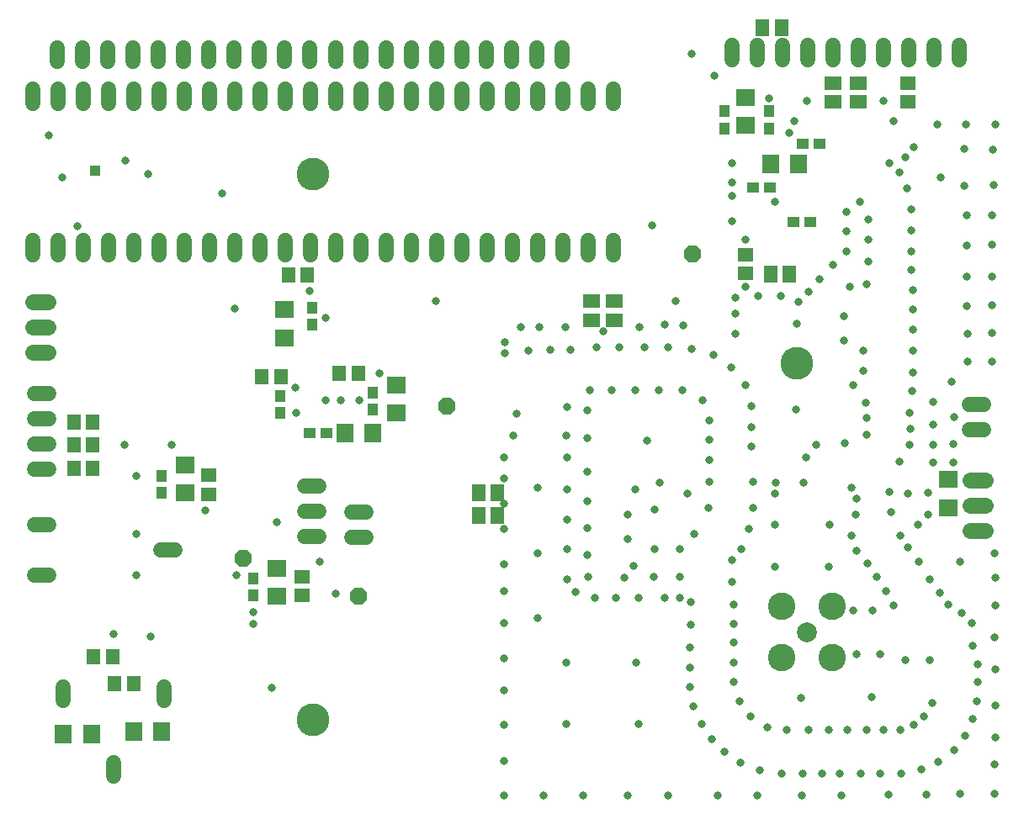
<source format=gbr>
G75*
%MOIN*%
%OFA0B0*%
%FSLAX25Y25*%
%IPPOS*%
%LPD*%
%AMOC8*
5,1,8,0,0,1.08239X$1,22.5*
%
%ADD10C,0.12998*%
%ADD11R,0.06699X0.07487*%
%ADD12R,0.07487X0.06699*%
%ADD13R,0.04337X0.04731*%
%ADD14R,0.04731X0.04337*%
%ADD15C,0.07900*%
%ADD16C,0.10900*%
%ADD17C,0.06000*%
%ADD18R,0.06699X0.05518*%
%ADD19R,0.05518X0.06699*%
%ADD20R,0.05518X0.06306*%
%ADD21R,0.06306X0.05518*%
%ADD22C,0.06400*%
%ADD23OC8,0.06700*%
%ADD24C,0.03181*%
%ADD25R,0.04362X0.04362*%
D10*
X0123110Y0045856D03*
X0314843Y0187195D03*
X0123110Y0262392D03*
D11*
X0135709Y0159636D03*
X0146732Y0159636D03*
X0063268Y0041132D03*
X0052244Y0041132D03*
X0035315Y0040344D03*
X0024291Y0040344D03*
X0304577Y0266142D03*
X0315600Y0266142D03*
D12*
X0294341Y0281555D03*
X0294341Y0292579D03*
X0156181Y0178533D03*
X0156181Y0167510D03*
X0111693Y0197431D03*
X0111693Y0208455D03*
X0072323Y0147037D03*
X0072323Y0136014D03*
X0108937Y0106093D03*
X0108937Y0095069D03*
X0374685Y0130108D03*
X0374685Y0141132D03*
D13*
X0303917Y0280423D03*
X0303917Y0287116D03*
X0285974Y0287116D03*
X0285974Y0280423D03*
X0146732Y0175581D03*
X0146732Y0168888D03*
X0110118Y0167707D03*
X0110118Y0174400D03*
X0122717Y0202746D03*
X0122717Y0209439D03*
X0063268Y0142510D03*
X0063268Y0135817D03*
X0099488Y0101959D03*
X0099488Y0095266D03*
D14*
X0121732Y0159636D03*
X0128425Y0159636D03*
X0297510Y0257077D03*
X0304203Y0257077D03*
X0313524Y0243199D03*
X0320217Y0243199D03*
X0317106Y0274341D03*
X0323799Y0274341D03*
D15*
X0318730Y0080768D03*
D16*
X0308691Y0090807D03*
X0328769Y0090807D03*
X0328769Y0070729D03*
X0308691Y0070729D03*
D17*
X0043976Y0029050D02*
X0043976Y0023450D01*
X0023976Y0053450D02*
X0023976Y0059050D01*
X0063976Y0059050D02*
X0063976Y0053450D01*
X0018312Y0103258D02*
X0012712Y0103258D01*
X0012712Y0123258D02*
X0018312Y0123258D01*
X0018430Y0145187D02*
X0012830Y0145187D01*
X0012830Y0155187D02*
X0018430Y0155187D01*
X0018430Y0165266D02*
X0012830Y0165266D01*
X0012830Y0175266D02*
X0018430Y0175266D01*
X0022008Y0230379D02*
X0022008Y0235979D01*
X0032008Y0235979D02*
X0032008Y0230379D01*
X0042008Y0230379D02*
X0042008Y0235979D01*
X0052008Y0235979D02*
X0052008Y0230379D01*
X0062008Y0230379D02*
X0062008Y0235979D01*
X0072008Y0235979D02*
X0072008Y0230379D01*
X0082008Y0230379D02*
X0082008Y0235979D01*
X0092008Y0235979D02*
X0092008Y0230379D01*
X0102008Y0230379D02*
X0102008Y0235979D01*
X0112008Y0235979D02*
X0112008Y0230379D01*
X0122008Y0230379D02*
X0122008Y0235979D01*
X0132008Y0235979D02*
X0132008Y0230379D01*
X0142008Y0230379D02*
X0142008Y0235979D01*
X0152008Y0235979D02*
X0152008Y0230379D01*
X0162008Y0230379D02*
X0162008Y0235979D01*
X0172008Y0235979D02*
X0172008Y0230379D01*
X0182008Y0230379D02*
X0182008Y0235979D01*
X0192008Y0235979D02*
X0192008Y0230379D01*
X0202008Y0230379D02*
X0202008Y0235979D01*
X0212008Y0235979D02*
X0212008Y0230379D01*
X0222008Y0230379D02*
X0222008Y0235979D01*
X0232008Y0235979D02*
X0232008Y0230379D01*
X0242008Y0230379D02*
X0242008Y0235979D01*
X0242008Y0290379D02*
X0242008Y0295979D01*
X0232008Y0295979D02*
X0232008Y0290379D01*
X0222008Y0290379D02*
X0222008Y0295979D01*
X0212008Y0295979D02*
X0212008Y0290379D01*
X0202008Y0290379D02*
X0202008Y0295979D01*
X0192008Y0295979D02*
X0192008Y0290379D01*
X0182008Y0290379D02*
X0182008Y0295979D01*
X0172008Y0295979D02*
X0172008Y0290379D01*
X0162008Y0290379D02*
X0162008Y0295979D01*
X0152008Y0295979D02*
X0152008Y0290379D01*
X0142008Y0290379D02*
X0142008Y0295979D01*
X0132008Y0295979D02*
X0132008Y0290379D01*
X0122008Y0290379D02*
X0122008Y0295979D01*
X0112008Y0295979D02*
X0112008Y0290379D01*
X0102008Y0290379D02*
X0102008Y0295979D01*
X0092008Y0295979D02*
X0092008Y0290379D01*
X0082008Y0290379D02*
X0082008Y0295979D01*
X0072008Y0295979D02*
X0072008Y0290379D01*
X0062008Y0290379D02*
X0062008Y0295979D01*
X0052008Y0295979D02*
X0052008Y0290379D01*
X0042008Y0290379D02*
X0042008Y0295979D01*
X0032008Y0295979D02*
X0032008Y0290379D01*
X0022008Y0290379D02*
X0022008Y0295979D01*
X0012008Y0295979D02*
X0012008Y0290379D01*
X0021890Y0306836D02*
X0021890Y0312436D01*
X0031890Y0312436D02*
X0031890Y0306836D01*
X0041890Y0306836D02*
X0041890Y0312436D01*
X0051890Y0312436D02*
X0051890Y0306836D01*
X0061929Y0306836D02*
X0061929Y0312436D01*
X0071929Y0312436D02*
X0071929Y0306836D01*
X0081929Y0306836D02*
X0081929Y0312436D01*
X0091969Y0312436D02*
X0091969Y0306836D01*
X0101969Y0306836D02*
X0101969Y0312436D01*
X0111969Y0312436D02*
X0111969Y0306836D01*
X0121969Y0306836D02*
X0121969Y0312436D01*
X0132126Y0312436D02*
X0132126Y0306836D01*
X0142126Y0306836D02*
X0142126Y0312436D01*
X0152126Y0312436D02*
X0152126Y0306836D01*
X0162126Y0306836D02*
X0162126Y0312436D01*
X0172047Y0312436D02*
X0172047Y0306836D01*
X0182047Y0306836D02*
X0182047Y0312436D01*
X0191969Y0312436D02*
X0191969Y0306836D01*
X0201969Y0306836D02*
X0201969Y0312436D01*
X0211969Y0312436D02*
X0211969Y0306836D01*
X0221969Y0306836D02*
X0221969Y0312436D01*
X0289213Y0313223D02*
X0289213Y0307623D01*
X0299213Y0307623D02*
X0299213Y0313223D01*
X0309213Y0313223D02*
X0309213Y0307623D01*
X0319213Y0307623D02*
X0319213Y0313223D01*
X0329134Y0313223D02*
X0329134Y0307623D01*
X0339134Y0307623D02*
X0339134Y0313223D01*
X0349055Y0313223D02*
X0349055Y0307623D01*
X0359055Y0307623D02*
X0359055Y0313223D01*
X0369055Y0313223D02*
X0369055Y0307623D01*
X0379055Y0307623D02*
X0379055Y0313223D01*
X0383302Y0170935D02*
X0388902Y0170935D01*
X0388902Y0160935D02*
X0383302Y0160935D01*
X0144020Y0128415D02*
X0138420Y0128415D01*
X0138420Y0118415D02*
X0144020Y0118415D01*
X0125517Y0118533D02*
X0119917Y0118533D01*
X0119917Y0128533D02*
X0125517Y0128533D01*
X0125517Y0138533D02*
X0119917Y0138533D01*
X0068312Y0113258D02*
X0062712Y0113258D01*
X0012008Y0230379D02*
X0012008Y0235979D01*
D18*
X0233346Y0211801D03*
X0233346Y0204321D03*
X0242402Y0204321D03*
X0242402Y0211801D03*
X0329016Y0290935D03*
X0329016Y0298415D03*
X0339252Y0298415D03*
X0339252Y0290935D03*
D19*
X0308740Y0320266D03*
X0301260Y0320266D03*
X0304409Y0222628D03*
X0311890Y0222628D03*
X0196142Y0136014D03*
X0188661Y0136014D03*
X0188661Y0126959D03*
X0196142Y0126959D03*
D20*
X0141024Y0183258D03*
X0133543Y0183258D03*
X0110315Y0182077D03*
X0102835Y0182077D03*
X0113465Y0222234D03*
X0120945Y0222234D03*
X0035906Y0163967D03*
X0028425Y0163967D03*
X0028425Y0154911D03*
X0035906Y0154911D03*
X0035906Y0145463D03*
X0028425Y0145463D03*
X0036299Y0071053D03*
X0043780Y0071053D03*
X0044567Y0060423D03*
X0052047Y0060423D03*
D21*
X0118780Y0095266D03*
X0118780Y0102746D03*
X0081772Y0135423D03*
X0081772Y0142904D03*
X0294370Y0222825D03*
X0294370Y0230305D03*
X0358937Y0290935D03*
X0358937Y0298415D03*
D22*
X0383339Y0140896D02*
X0389339Y0140896D01*
X0389339Y0130896D02*
X0383339Y0130896D01*
X0383339Y0120896D02*
X0389339Y0120896D01*
X0018000Y0191762D02*
X0012000Y0191762D01*
X0012000Y0201762D02*
X0018000Y0201762D01*
X0018000Y0211762D02*
X0012000Y0211762D01*
D23*
X0095551Y0110030D03*
X0141220Y0095069D03*
X0176260Y0170266D03*
X0273504Y0230502D03*
D24*
X0257362Y0241919D03*
X0289252Y0243494D03*
X0294370Y0236407D03*
X0294370Y0217510D03*
X0290433Y0213179D03*
X0290433Y0206880D03*
X0290433Y0199006D03*
X0281772Y0190738D03*
X0288858Y0185620D03*
X0294370Y0178533D03*
X0296732Y0170266D03*
X0296732Y0161998D03*
X0296732Y0154124D03*
X0297520Y0140344D03*
X0306575Y0139951D03*
X0306181Y0135620D03*
X0297520Y0130108D03*
X0306181Y0123415D03*
X0295945Y0121447D03*
X0292795Y0113573D03*
X0289252Y0109242D03*
X0289252Y0100581D03*
X0289646Y0091526D03*
X0289646Y0084045D03*
X0289646Y0076565D03*
X0289646Y0068691D03*
X0289646Y0060817D03*
X0292008Y0053337D03*
X0296339Y0047431D03*
X0303031Y0043100D03*
X0310906Y0041919D03*
X0319567Y0041919D03*
X0327441Y0041919D03*
X0334921Y0041919D03*
X0342402Y0041919D03*
X0349094Y0041919D03*
X0355787Y0041919D03*
X0361299Y0043888D03*
X0365236Y0047431D03*
X0368386Y0052549D03*
X0384528Y0046250D03*
X0386102Y0053337D03*
X0386496Y0060817D03*
X0386496Y0067904D03*
X0393583Y0065935D03*
X0393189Y0078533D03*
X0384528Y0075384D03*
X0384134Y0084439D03*
X0380197Y0088376D03*
X0374685Y0091526D03*
X0371535Y0096250D03*
X0367598Y0101762D03*
X0363268Y0108455D03*
X0358937Y0114360D03*
X0355787Y0119085D03*
X0362874Y0123415D03*
X0366811Y0127352D03*
X0366811Y0136014D03*
X0358937Y0135620D03*
X0351457Y0136407D03*
X0352244Y0128140D03*
X0338071Y0127352D03*
X0338465Y0133652D03*
X0336496Y0137982D03*
X0327835Y0123415D03*
X0336496Y0119085D03*
X0338465Y0112785D03*
X0342795Y0108061D03*
X0346339Y0102549D03*
X0350276Y0097037D03*
X0353031Y0091132D03*
X0344764Y0089163D03*
X0337283Y0089163D03*
X0327441Y0106486D03*
X0306181Y0106486D03*
X0279803Y0130108D03*
X0271535Y0135620D03*
X0280197Y0140344D03*
X0280197Y0149006D03*
X0280197Y0156880D03*
X0280197Y0164754D03*
X0277441Y0172628D03*
X0269567Y0176565D03*
X0260118Y0176565D03*
X0250669Y0176565D03*
X0241614Y0176565D03*
X0232953Y0176565D03*
X0231772Y0168691D03*
X0223898Y0169872D03*
X0223504Y0158455D03*
X0231772Y0157667D03*
X0223898Y0149793D03*
X0231772Y0144281D03*
X0223898Y0137195D03*
X0231772Y0132470D03*
X0223898Y0125384D03*
X0231772Y0121841D03*
X0223898Y0113573D03*
X0231772Y0111211D03*
X0232165Y0102549D03*
X0227047Y0096644D03*
X0223898Y0101762D03*
X0234921Y0094281D03*
X0243189Y0094281D03*
X0252244Y0094281D03*
X0246339Y0102156D03*
X0250276Y0106880D03*
X0258150Y0102549D03*
X0268386Y0102549D03*
X0268386Y0094281D03*
X0272717Y0092707D03*
X0262480Y0094281D03*
X0272717Y0083652D03*
X0272323Y0074596D03*
X0272323Y0066722D03*
X0272323Y0058848D03*
X0273898Y0051368D03*
X0277047Y0044281D03*
X0280984Y0038376D03*
X0286102Y0033258D03*
X0292402Y0028927D03*
X0300276Y0025778D03*
X0308937Y0024596D03*
X0317205Y0024596D03*
X0324685Y0024596D03*
X0331772Y0024596D03*
X0340039Y0024596D03*
X0347913Y0024596D03*
X0356181Y0024596D03*
X0364055Y0026171D03*
X0370748Y0029321D03*
X0377047Y0034045D03*
X0381378Y0039557D03*
X0393583Y0038967D03*
X0393189Y0028337D03*
X0393189Y0016526D03*
X0379409Y0016526D03*
X0366024Y0016132D03*
X0351063Y0016329D03*
X0332559Y0015935D03*
X0316811Y0015935D03*
X0299094Y0015935D03*
X0283346Y0015935D03*
X0263661Y0015935D03*
X0247913Y0015935D03*
X0230197Y0015935D03*
X0214449Y0015935D03*
X0198701Y0015935D03*
X0198701Y0029715D03*
X0198701Y0043888D03*
X0198701Y0057667D03*
X0198701Y0070266D03*
X0198701Y0084439D03*
X0212087Y0086407D03*
X0198701Y0097037D03*
X0198701Y0107667D03*
X0212087Y0111998D03*
X0198701Y0121447D03*
X0198701Y0131683D03*
X0198701Y0141526D03*
X0198701Y0149793D03*
X0202638Y0158455D03*
X0203819Y0167116D03*
X0199094Y0191132D03*
X0199094Y0195463D03*
X0205394Y0201762D03*
X0212874Y0201762D03*
X0223110Y0201762D03*
X0225079Y0192707D03*
X0217205Y0192707D03*
X0208543Y0192313D03*
X0235512Y0193494D03*
X0238071Y0199990D03*
X0244567Y0193494D03*
X0254606Y0193494D03*
X0263661Y0193494D03*
X0262480Y0202549D03*
X0269961Y0202156D03*
X0273110Y0193100D03*
X0266811Y0211998D03*
X0252441Y0201762D03*
X0299488Y0213967D03*
X0308543Y0213967D03*
X0315630Y0211604D03*
X0319567Y0215541D03*
X0323898Y0220659D03*
X0329016Y0226171D03*
X0334528Y0231683D03*
X0334528Y0239557D03*
X0343189Y0236407D03*
X0343189Y0227746D03*
X0342402Y0218691D03*
X0335709Y0217510D03*
X0333346Y0206093D03*
X0333346Y0196250D03*
X0341220Y0192313D03*
X0341220Y0184439D03*
X0337283Y0178533D03*
X0342008Y0171447D03*
X0342402Y0165541D03*
X0342402Y0158848D03*
X0333740Y0155699D03*
X0322323Y0154911D03*
X0318386Y0149793D03*
X0317598Y0139951D03*
X0314449Y0169085D03*
X0314843Y0202943D03*
X0360906Y0200581D03*
X0360906Y0192313D03*
X0360906Y0183652D03*
X0360512Y0176171D03*
X0368780Y0171841D03*
X0377047Y0165935D03*
X0368780Y0162785D03*
X0368780Y0154911D03*
X0376654Y0155305D03*
X0376654Y0147825D03*
X0368780Y0147825D03*
X0359331Y0154911D03*
X0359724Y0161211D03*
X0359331Y0167510D03*
X0376260Y0180108D03*
X0382559Y0187982D03*
X0392008Y0187785D03*
X0392008Y0199203D03*
X0382559Y0199006D03*
X0382165Y0210030D03*
X0392008Y0210226D03*
X0392008Y0221644D03*
X0382165Y0221447D03*
X0382165Y0234045D03*
X0392008Y0234242D03*
X0392008Y0246053D03*
X0382165Y0245856D03*
X0380984Y0257667D03*
X0371732Y0261014D03*
X0358543Y0256486D03*
X0355394Y0262982D03*
X0351457Y0266526D03*
X0357756Y0268888D03*
X0361102Y0272825D03*
X0370354Y0281880D03*
X0381772Y0281880D03*
X0380984Y0272234D03*
X0392402Y0272037D03*
X0393583Y0282077D03*
X0392795Y0257864D03*
X0360118Y0248415D03*
X0360118Y0239951D03*
X0360118Y0231683D03*
X0360118Y0224203D03*
X0360906Y0216329D03*
X0360906Y0208455D03*
X0343189Y0244281D03*
X0339843Y0251171D03*
X0334528Y0247431D03*
X0306181Y0251368D03*
X0289252Y0253730D03*
X0289252Y0258848D03*
X0289252Y0266722D03*
X0311693Y0278533D03*
X0313661Y0283258D03*
X0318780Y0291132D03*
X0303819Y0292313D03*
X0282165Y0301368D03*
X0273110Y0310030D03*
X0349094Y0291132D03*
X0353031Y0283258D03*
X0255394Y0156486D03*
X0260512Y0139951D03*
X0250669Y0137195D03*
X0258543Y0129321D03*
X0247913Y0127352D03*
X0247913Y0117510D03*
X0258543Y0113573D03*
X0268386Y0113573D03*
X0274291Y0119478D03*
X0251063Y0068691D03*
X0252244Y0044281D03*
X0223504Y0044281D03*
X0223504Y0068691D03*
X0212087Y0137982D03*
X0149488Y0183258D03*
X0141614Y0172628D03*
X0134134Y0172628D03*
X0128228Y0172628D03*
X0116417Y0167510D03*
X0116024Y0177746D03*
X0128228Y0205305D03*
X0121929Y0215935D03*
X0092008Y0208848D03*
X0087283Y0254518D03*
X0057756Y0262392D03*
X0048701Y0267510D03*
X0023898Y0260817D03*
X0018386Y0277746D03*
X0029803Y0241526D03*
X0048307Y0154911D03*
X0053031Y0142707D03*
X0067205Y0154911D03*
X0080591Y0128927D03*
X0108937Y0124203D03*
X0125866Y0108455D03*
X0132165Y0095856D03*
X0099488Y0088770D03*
X0099488Y0084045D03*
X0092795Y0103337D03*
X0058937Y0078927D03*
X0043976Y0080108D03*
X0053031Y0103337D03*
X0053031Y0119478D03*
X0106969Y0058455D03*
X0171929Y0211998D03*
X0338465Y0071841D03*
X0347913Y0071841D03*
X0357756Y0069478D03*
X0367598Y0069478D03*
X0344370Y0054911D03*
X0316417Y0054518D03*
X0379409Y0108455D03*
X0393189Y0111801D03*
X0393583Y0102156D03*
X0393583Y0091132D03*
X0393583Y0051565D03*
X0355394Y0148219D03*
D25*
X0036890Y0263573D03*
M02*

</source>
